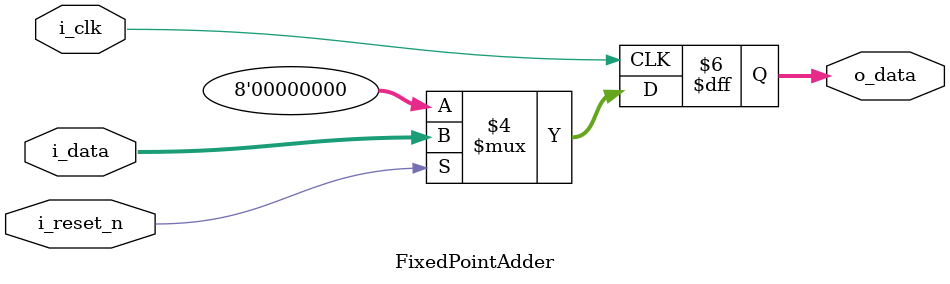
<source format=v>

`default_nettype none
`timescale 1ps/1ps

module FixedPointAdder(
    input   wire    [0:0]   i_clk,
    input   wire    [0:0]   i_reset_n,
    input   wire    [7:0]   i_data,
    output  reg     [7:0]   o_data
);

always @(posedge i_clk) begin
    if(!i_reset_n) begin
        o_data <= 8'h00;
    end else begin
        o_data <= i_data;
    end
end

endmodule

</source>
